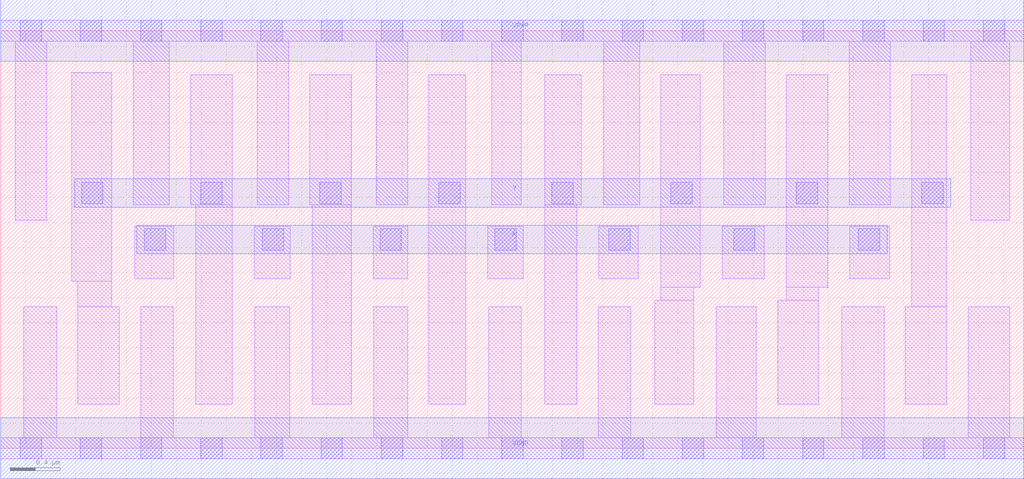
<source format=lef>
# Copyright 2020 The SkyWater PDK Authors
#
# Licensed under the Apache License, Version 2.0 (the "License");
# you may not use this file except in compliance with the License.
# You may obtain a copy of the License at
#
#     https://www.apache.org/licenses/LICENSE-2.0
#
# Unless required by applicable law or agreed to in writing, software
# distributed under the License is distributed on an "AS IS" BASIS,
# WITHOUT WARRANTIES OR CONDITIONS OF ANY KIND, either express or implied.
# See the License for the specific language governing permissions and
# limitations under the License.
#
# SPDX-License-Identifier: Apache-2.0

VERSION 5.7 ;
  NOWIREEXTENSIONATPIN ON ;
  DIVIDERCHAR "/" ;
  BUSBITCHARS "[]" ;
UNITS
  DATABASE MICRONS 200 ;
END UNITS
MACRO sky130_fd_sc_ls__inv_16
  CLASS CORE ;
  FOREIGN sky130_fd_sc_ls__inv_16 ;
  ORIGIN  0.000000  0.000000 ;
  SIZE  8.160000 BY  3.330000 ;
  SYMMETRY X Y ;
  SITE unit ;
  PIN A
    ANTENNAGATEAREA  4.464000 ;
    DIRECTION INPUT ;
    USE SIGNAL ;
    PORT
      LAYER met1 ;
        RECT 1.085000 1.550000 7.070000 1.780000 ;
    END
  END A
  PIN Y
    ANTENNADIFFAREA  4.379200 ;
    DIRECTION OUTPUT ;
    USE SIGNAL ;
    PORT
      LAYER met1 ;
        RECT 0.585000 1.920000 7.575000 2.150000 ;
    END
  END Y
  PIN VGND
    DIRECTION INOUT ;
    SHAPE ABUTMENT ;
    USE GROUND ;
    PORT
      LAYER met1 ;
        RECT 0.000000 -0.245000 8.160000 0.245000 ;
    END
  END VGND
  PIN VPWR
    DIRECTION INOUT ;
    SHAPE ABUTMENT ;
    USE POWER ;
    PORT
      LAYER met1 ;
        RECT 0.000000 3.085000 8.160000 3.575000 ;
    END
  END VPWR
  OBS
    LAYER li1 ;
      RECT 0.000000 -0.085000 8.160000 0.085000 ;
      RECT 0.000000  3.245000 8.160000 3.415000 ;
      RECT 0.115000  1.820000 0.365000 3.245000 ;
      RECT 0.185000  0.085000 0.445000 1.130000 ;
      RECT 0.565000  1.330000 0.885000 2.995000 ;
      RECT 0.615000  0.350000 0.945000 1.130000 ;
      RECT 0.615000  1.130000 0.885000 1.330000 ;
      RECT 1.055000  1.940000 1.345000 3.245000 ;
      RECT 1.070000  1.350000 1.380000 1.770000 ;
      RECT 1.115000  0.085000 1.375000 1.130000 ;
      RECT 1.515000  1.940000 1.845000 2.980000 ;
      RECT 1.555000  0.350000 1.845000 1.940000 ;
      RECT 2.020000  1.350000 2.310000 1.770000 ;
      RECT 2.025000  0.085000 2.305000 1.130000 ;
      RECT 2.045000  1.940000 2.295000 3.245000 ;
      RECT 2.465000  1.940000 2.795000 2.980000 ;
      RECT 2.485000  0.350000 2.795000 1.940000 ;
      RECT 2.970000  1.350000 3.245000 1.770000 ;
      RECT 2.975000  0.085000 3.245000 1.130000 ;
      RECT 2.995000  1.940000 3.245000 3.245000 ;
      RECT 3.415000  0.350000 3.710000 2.980000 ;
      RECT 3.885000  1.350000 4.165000 1.770000 ;
      RECT 3.890000  0.085000 4.150000 1.130000 ;
      RECT 3.915000  1.940000 4.150000 3.245000 ;
      RECT 4.340000  0.350000 4.595000 1.940000 ;
      RECT 4.340000  1.940000 4.630000 2.980000 ;
      RECT 4.765000  0.085000 5.025000 1.130000 ;
      RECT 4.770000  1.350000 5.085000 1.770000 ;
      RECT 4.810000  1.940000 5.095000 3.245000 ;
      RECT 5.215000  0.350000 5.525000 1.180000 ;
      RECT 5.265000  1.180000 5.525000 1.285000 ;
      RECT 5.265000  1.285000 5.580000 2.980000 ;
      RECT 5.705000  0.085000 6.025000 1.130000 ;
      RECT 5.755000  1.350000 6.090000 1.770000 ;
      RECT 5.765000  1.940000 6.095000 3.245000 ;
      RECT 6.195000  0.350000 6.525000 1.180000 ;
      RECT 6.265000  1.180000 6.525000 1.285000 ;
      RECT 6.265000  1.285000 6.595000 2.980000 ;
      RECT 6.705000  0.085000 7.045000 1.130000 ;
      RECT 6.765000  1.940000 7.095000 3.245000 ;
      RECT 6.770000  1.350000 7.090000 1.770000 ;
      RECT 7.215000  0.350000 7.545000 1.130000 ;
      RECT 7.265000  1.130000 7.545000 2.980000 ;
      RECT 7.715000  0.085000 8.045000 1.130000 ;
      RECT 7.735000  1.820000 8.045000 3.245000 ;
    LAYER mcon ;
      RECT 0.155000 -0.085000 0.325000 0.085000 ;
      RECT 0.155000  3.245000 0.325000 3.415000 ;
      RECT 0.635000 -0.085000 0.805000 0.085000 ;
      RECT 0.635000  3.245000 0.805000 3.415000 ;
      RECT 0.645000  1.950000 0.815000 2.120000 ;
      RECT 1.115000 -0.085000 1.285000 0.085000 ;
      RECT 1.115000  3.245000 1.285000 3.415000 ;
      RECT 1.145000  1.580000 1.315000 1.750000 ;
      RECT 1.595000 -0.085000 1.765000 0.085000 ;
      RECT 1.595000  1.950000 1.765000 2.120000 ;
      RECT 1.595000  3.245000 1.765000 3.415000 ;
      RECT 2.075000 -0.085000 2.245000 0.085000 ;
      RECT 2.075000  3.245000 2.245000 3.415000 ;
      RECT 2.085000  1.580000 2.255000 1.750000 ;
      RECT 2.545000  1.950000 2.715000 2.120000 ;
      RECT 2.555000 -0.085000 2.725000 0.085000 ;
      RECT 2.555000  3.245000 2.725000 3.415000 ;
      RECT 3.025000  1.580000 3.195000 1.750000 ;
      RECT 3.035000 -0.085000 3.205000 0.085000 ;
      RECT 3.035000  3.245000 3.205000 3.415000 ;
      RECT 3.495000  1.950000 3.665000 2.120000 ;
      RECT 3.515000 -0.085000 3.685000 0.085000 ;
      RECT 3.515000  3.245000 3.685000 3.415000 ;
      RECT 3.940000  1.580000 4.110000 1.750000 ;
      RECT 3.995000 -0.085000 4.165000 0.085000 ;
      RECT 3.995000  3.245000 4.165000 3.415000 ;
      RECT 4.395000  1.950000 4.565000 2.120000 ;
      RECT 4.475000 -0.085000 4.645000 0.085000 ;
      RECT 4.475000  3.245000 4.645000 3.415000 ;
      RECT 4.850000  1.580000 5.020000 1.750000 ;
      RECT 4.955000 -0.085000 5.125000 0.085000 ;
      RECT 4.955000  3.245000 5.125000 3.415000 ;
      RECT 5.345000  1.950000 5.515000 2.120000 ;
      RECT 5.435000 -0.085000 5.605000 0.085000 ;
      RECT 5.435000  3.245000 5.605000 3.415000 ;
      RECT 5.845000  1.580000 6.015000 1.750000 ;
      RECT 5.915000 -0.085000 6.085000 0.085000 ;
      RECT 5.915000  3.245000 6.085000 3.415000 ;
      RECT 6.345000  1.950000 6.515000 2.120000 ;
      RECT 6.395000 -0.085000 6.565000 0.085000 ;
      RECT 6.395000  3.245000 6.565000 3.415000 ;
      RECT 6.840000  1.580000 7.010000 1.750000 ;
      RECT 6.875000 -0.085000 7.045000 0.085000 ;
      RECT 6.875000  3.245000 7.045000 3.415000 ;
      RECT 7.345000  1.950000 7.515000 2.120000 ;
      RECT 7.355000 -0.085000 7.525000 0.085000 ;
      RECT 7.355000  3.245000 7.525000 3.415000 ;
      RECT 7.835000 -0.085000 8.005000 0.085000 ;
      RECT 7.835000  3.245000 8.005000 3.415000 ;
  END
END sky130_fd_sc_ls__inv_16
END LIBRARY

</source>
